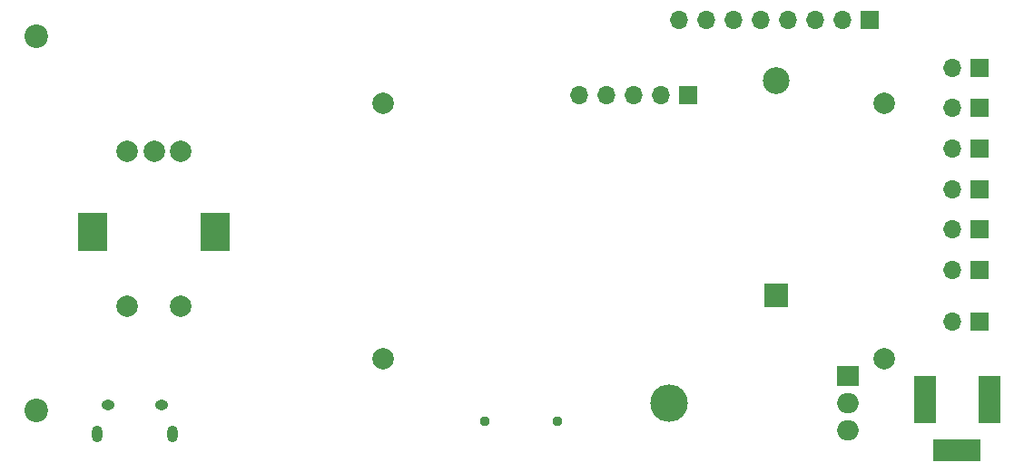
<source format=gbr>
%TF.GenerationSoftware,KiCad,Pcbnew,(5.1.8)-1*%
%TF.CreationDate,2021-03-10T15:17:51+00:00*%
%TF.ProjectId,Project_2_smaller,50726f6a-6563-4745-9f32-5f736d616c6c,rev?*%
%TF.SameCoordinates,Original*%
%TF.FileFunction,Soldermask,Bot*%
%TF.FilePolarity,Negative*%
%FSLAX46Y46*%
G04 Gerber Fmt 4.6, Leading zero omitted, Abs format (unit mm)*
G04 Created by KiCad (PCBNEW (5.1.8)-1) date 2021-03-10 15:17:51*
%MOMM*%
%LPD*%
G01*
G04 APERTURE LIST*
%ADD10C,2.200000*%
%ADD11O,1.000000X1.550000*%
%ADD12O,1.250000X0.950000*%
%ADD13R,4.500000X2.000000*%
%ADD14R,2.000000X4.500000*%
%ADD15O,1.700000X1.700000*%
%ADD16R,1.700000X1.700000*%
%ADD17C,2.000000*%
%ADD18C,0.950000*%
%ADD19R,2.170000X2.170000*%
%ADD20C,2.500000*%
%ADD21R,2.800000X3.600000*%
%ADD22O,3.500000X3.500000*%
%ADD23R,2.000000X1.905000*%
%ADD24O,2.000000X1.905000*%
G04 APERTURE END LIST*
D10*
%TO.C,REF\u002A\u002A*%
X107500000Y-135000000D03*
%TD*%
%TO.C,REF\u002A\u002A*%
X107500000Y-100000000D03*
%TD*%
D11*
%TO.C,J1*%
X120200000Y-137200000D03*
X113200000Y-137200000D03*
D12*
X114200000Y-134500000D03*
X119200000Y-134500000D03*
%TD*%
D13*
%TO.C,J2*%
X193400000Y-138700000D03*
D14*
X190400000Y-134000000D03*
X196400000Y-134000000D03*
%TD*%
D15*
%TO.C,J13*%
X158120000Y-105500000D03*
X160660000Y-105500000D03*
X163200000Y-105500000D03*
X165740000Y-105500000D03*
D16*
X168280000Y-105500000D03*
D17*
X139832000Y-106262000D03*
X186568000Y-106262000D03*
X186568000Y-130138000D03*
X139832000Y-130138000D03*
%TD*%
D18*
%TO.C,J3*%
X149300000Y-136000000D03*
X156100000Y-136000000D03*
%TD*%
D19*
%TO.C,BT1*%
X176500000Y-124200000D03*
D20*
X176500000Y-104200000D03*
%TD*%
D16*
%TO.C,J5*%
X185200000Y-98500000D03*
D15*
X182660000Y-98500000D03*
X180120000Y-98500000D03*
X177580000Y-98500000D03*
X175040000Y-98500000D03*
X172500000Y-98500000D03*
X169960000Y-98500000D03*
X167420000Y-98500000D03*
%TD*%
D16*
%TO.C,J6*%
X195500000Y-126700000D03*
D15*
X192960000Y-126700000D03*
%TD*%
D16*
%TO.C,J7*%
X195500000Y-121900000D03*
D15*
X192960000Y-121900000D03*
%TD*%
%TO.C,J8*%
X192960000Y-118100000D03*
D16*
X195500000Y-118100000D03*
%TD*%
%TO.C,J9*%
X195500000Y-114300000D03*
D15*
X192960000Y-114300000D03*
%TD*%
D16*
%TO.C,J10*%
X195500000Y-110500000D03*
D15*
X192960000Y-110500000D03*
%TD*%
%TO.C,J11*%
X192960000Y-106700000D03*
D16*
X195500000Y-106700000D03*
%TD*%
D15*
%TO.C,J12*%
X192960000Y-103000000D03*
D16*
X195500000Y-103000000D03*
%TD*%
D17*
%TO.C,S1*%
X121000000Y-110800000D03*
X118500000Y-110800000D03*
X116000000Y-110800000D03*
X121000000Y-125300000D03*
X116000000Y-125300000D03*
D21*
X124200000Y-118300000D03*
X112800000Y-118300000D03*
%TD*%
D22*
%TO.C,U2*%
X166540000Y-134340000D03*
D23*
X183200000Y-131800000D03*
D24*
X183200000Y-134340000D03*
X183200000Y-136880000D03*
%TD*%
M02*

</source>
